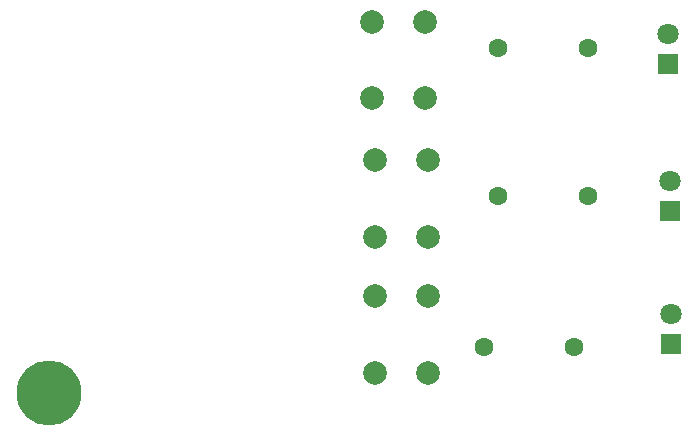
<source format=gbl>
G04 #@! TF.GenerationSoftware,KiCad,Pcbnew,9.0.2*
G04 #@! TF.CreationDate,2025-05-20T18:37:11-06:00*
G04 #@! TF.ProjectId,test_kicad,74657374-5f6b-4696-9361-642e6b696361,rev?*
G04 #@! TF.SameCoordinates,Original*
G04 #@! TF.FileFunction,Copper,L2,Bot*
G04 #@! TF.FilePolarity,Positive*
%FSLAX46Y46*%
G04 Gerber Fmt 4.6, Leading zero omitted, Abs format (unit mm)*
G04 Created by KiCad (PCBNEW 9.0.2) date 2025-05-20 18:37:11*
%MOMM*%
%LPD*%
G01*
G04 APERTURE LIST*
G04 #@! TA.AperFunction,ComponentPad*
%ADD10C,1.800000*%
G04 #@! TD*
G04 #@! TA.AperFunction,ComponentPad*
%ADD11R,1.800000X1.800000*%
G04 #@! TD*
G04 #@! TA.AperFunction,ComponentPad*
%ADD12C,2.000000*%
G04 #@! TD*
G04 #@! TA.AperFunction,ComponentPad*
%ADD13C,1.600000*%
G04 #@! TD*
G04 #@! TA.AperFunction,ViaPad*
%ADD14C,5.500000*%
G04 #@! TD*
G04 APERTURE END LIST*
D10*
G04 #@! TO.P,D3,2,A*
G04 #@! TO.N,Net-(BT1-+)*
X158080000Y-78510000D03*
D11*
G04 #@! TO.P,D3,1,K*
G04 #@! TO.N,Net-(D3-K)*
X158080000Y-81050000D03*
G04 #@! TD*
G04 #@! TO.P,D1,1,K*
G04 #@! TO.N,Net-(D1-K)*
X157800000Y-57340000D03*
D10*
G04 #@! TO.P,D1,2,A*
G04 #@! TO.N,Net-(BT1-+)*
X157800000Y-54800000D03*
G04 #@! TD*
D12*
G04 #@! TO.P,SW3,1,1*
G04 #@! TO.N,Net-(BT1--)*
X133000000Y-83500000D03*
X133000000Y-77000000D03*
G04 #@! TO.P,SW3,2,2*
G04 #@! TO.N,Net-(R3-Pad2)*
X137500000Y-83500000D03*
X137500000Y-77000000D03*
G04 #@! TD*
D13*
G04 #@! TO.P,R3,1*
G04 #@! TO.N,Net-(D3-K)*
X149860000Y-81280000D03*
G04 #@! TO.P,R3,2*
G04 #@! TO.N,Net-(R3-Pad2)*
X142240000Y-81280000D03*
G04 #@! TD*
D12*
G04 #@! TO.P,SW2,1,1*
G04 #@! TO.N,Net-(BT1--)*
X133000000Y-72000000D03*
X133000000Y-65500000D03*
G04 #@! TO.P,SW2,2,2*
G04 #@! TO.N,Net-(R2-Pad2)*
X137500000Y-72000000D03*
X137500000Y-65500000D03*
G04 #@! TD*
D13*
G04 #@! TO.P,R1,1*
G04 #@! TO.N,Net-(D1-K)*
X151000000Y-56000000D03*
G04 #@! TO.P,R1,2*
G04 #@! TO.N,Net-(R1-Pad2)*
X143380000Y-56000000D03*
G04 #@! TD*
D11*
G04 #@! TO.P,D2,1,K*
G04 #@! TO.N,Net-(D2-K)*
X158000000Y-69775000D03*
D10*
G04 #@! TO.P,D2,2,A*
G04 #@! TO.N,Net-(BT1-+)*
X158000000Y-67235000D03*
G04 #@! TD*
D13*
G04 #@! TO.P,R2,1*
G04 #@! TO.N,Net-(D2-K)*
X151000000Y-68500000D03*
G04 #@! TO.P,R2,2*
G04 #@! TO.N,Net-(R2-Pad2)*
X143380000Y-68500000D03*
G04 #@! TD*
D12*
G04 #@! TO.P,SW1,1,1*
G04 #@! TO.N,Net-(BT1--)*
X132750000Y-60250000D03*
X132750000Y-53750000D03*
G04 #@! TO.P,SW1,2,2*
G04 #@! TO.N,Net-(R1-Pad2)*
X137250000Y-60250000D03*
X137250000Y-53750000D03*
G04 #@! TD*
D14*
G04 #@! TO.N,*
X105400000Y-85200000D03*
G04 #@! TD*
M02*

</source>
